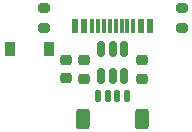
<source format=gtp>
%TF.GenerationSoftware,KiCad,Pcbnew,(6.0.5)*%
%TF.CreationDate,2022-07-11T10:01:00-06:00*%
%TF.ProjectId,usbc-daughter-board,75736263-2d64-4617-9567-687465722d62,1.0*%
%TF.SameCoordinates,Original*%
%TF.FileFunction,Paste,Top*%
%TF.FilePolarity,Positive*%
%FSLAX46Y46*%
G04 Gerber Fmt 4.6, Leading zero omitted, Abs format (unit mm)*
G04 Created by KiCad (PCBNEW (6.0.5)) date 2022-07-11 10:01:00*
%MOMM*%
%LPD*%
G01*
G04 APERTURE LIST*
G04 Aperture macros list*
%AMRoundRect*
0 Rectangle with rounded corners*
0 $1 Rounding radius*
0 $2 $3 $4 $5 $6 $7 $8 $9 X,Y pos of 4 corners*
0 Add a 4 corners polygon primitive as box body*
4,1,4,$2,$3,$4,$5,$6,$7,$8,$9,$2,$3,0*
0 Add four circle primitives for the rounded corners*
1,1,$1+$1,$2,$3*
1,1,$1+$1,$4,$5*
1,1,$1+$1,$6,$7*
1,1,$1+$1,$8,$9*
0 Add four rect primitives between the rounded corners*
20,1,$1+$1,$2,$3,$4,$5,0*
20,1,$1+$1,$4,$5,$6,$7,0*
20,1,$1+$1,$6,$7,$8,$9,0*
20,1,$1+$1,$8,$9,$2,$3,0*%
G04 Aperture macros list end*
%ADD10RoundRect,0.125000X-0.125000X-0.375000X0.125000X-0.375000X0.125000X0.375000X-0.125000X0.375000X0*%
%ADD11RoundRect,0.250000X-0.350000X-0.600000X0.350000X-0.600000X0.350000X0.600000X-0.350000X0.600000X0*%
%ADD12RoundRect,0.218750X-0.256250X0.218750X-0.256250X-0.218750X0.256250X-0.218750X0.256250X0.218750X0*%
%ADD13RoundRect,0.225000X0.250000X-0.225000X0.250000X0.225000X-0.250000X0.225000X-0.250000X-0.225000X0*%
%ADD14RoundRect,0.200000X-0.275000X0.200000X-0.275000X-0.200000X0.275000X-0.200000X0.275000X0.200000X0*%
%ADD15R,0.600000X1.150000*%
%ADD16R,0.300000X1.150000*%
%ADD17R,0.900000X1.200000*%
%ADD18RoundRect,0.150000X0.150000X-0.512500X0.150000X0.512500X-0.150000X0.512500X-0.150000X-0.512500X0*%
G04 APERTURE END LIST*
D10*
%TO.C,J2*%
X23100000Y-27250000D03*
X23900000Y-27250000D03*
X24700000Y-27250000D03*
X25500000Y-27250000D03*
D11*
X26800000Y-29200000D03*
X21800000Y-29200000D03*
%TD*%
D12*
%TO.C,F1*%
X21850000Y-24212500D03*
X21850000Y-25787500D03*
%TD*%
D13*
%TO.C,C1*%
X20350000Y-25775000D03*
X20350000Y-24225000D03*
%TD*%
D14*
%TO.C,R2*%
X30150000Y-19825000D03*
X30150000Y-21475000D03*
%TD*%
%TO.C,R1*%
X18450000Y-19825000D03*
X18450000Y-21475000D03*
%TD*%
D12*
%TO.C,L1*%
X26750000Y-24212500D03*
X26750000Y-25787500D03*
%TD*%
D15*
%TO.C,J1*%
X27500000Y-21305000D03*
X26700000Y-21305000D03*
D16*
X25550000Y-21305000D03*
X24550000Y-21305000D03*
X24050000Y-21305000D03*
X23050000Y-21305000D03*
D15*
X21100000Y-21305000D03*
X21900000Y-21305000D03*
D16*
X22550000Y-21305000D03*
X23550000Y-21305000D03*
X25050000Y-21305000D03*
X26050000Y-21305000D03*
%TD*%
D17*
%TO.C,D1*%
X18900000Y-23300000D03*
X15600000Y-23300000D03*
%TD*%
D18*
%TO.C,U1*%
X23350000Y-25537500D03*
X24300000Y-25537500D03*
X25250000Y-25537500D03*
X25250000Y-23262500D03*
X24300000Y-23262500D03*
X23350000Y-23262500D03*
%TD*%
M02*

</source>
